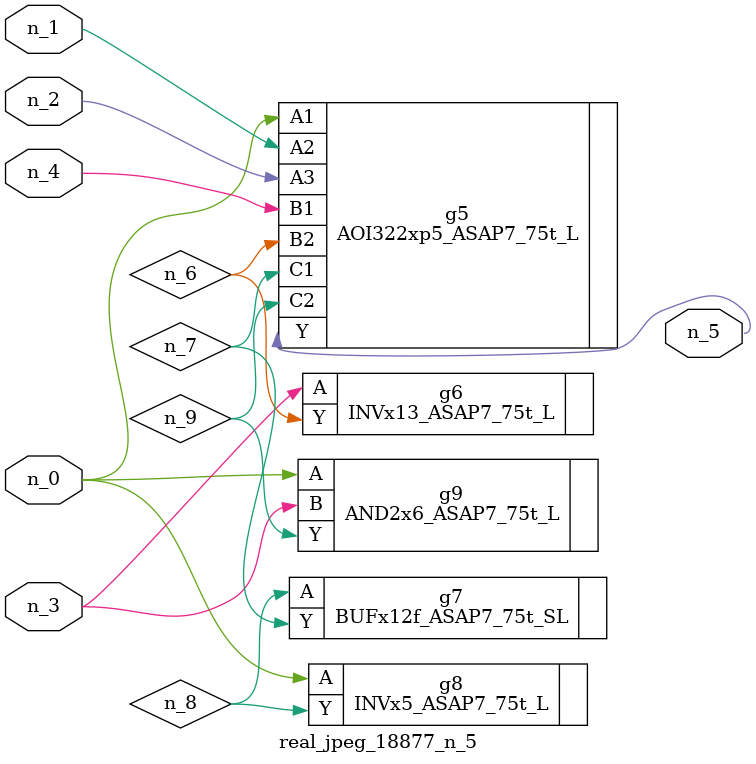
<source format=v>
module real_jpeg_18877_n_5 (n_4, n_0, n_1, n_2, n_3, n_5);

input n_4;
input n_0;
input n_1;
input n_2;
input n_3;

output n_5;

wire n_8;
wire n_6;
wire n_7;
wire n_9;

AOI322xp5_ASAP7_75t_L g5 ( 
.A1(n_0),
.A2(n_1),
.A3(n_2),
.B1(n_4),
.B2(n_6),
.C1(n_7),
.C2(n_9),
.Y(n_5)
);

INVx5_ASAP7_75t_L g8 ( 
.A(n_0),
.Y(n_8)
);

AND2x6_ASAP7_75t_L g9 ( 
.A(n_0),
.B(n_3),
.Y(n_9)
);

INVx13_ASAP7_75t_L g6 ( 
.A(n_3),
.Y(n_6)
);

BUFx12f_ASAP7_75t_SL g7 ( 
.A(n_8),
.Y(n_7)
);


endmodule
</source>
